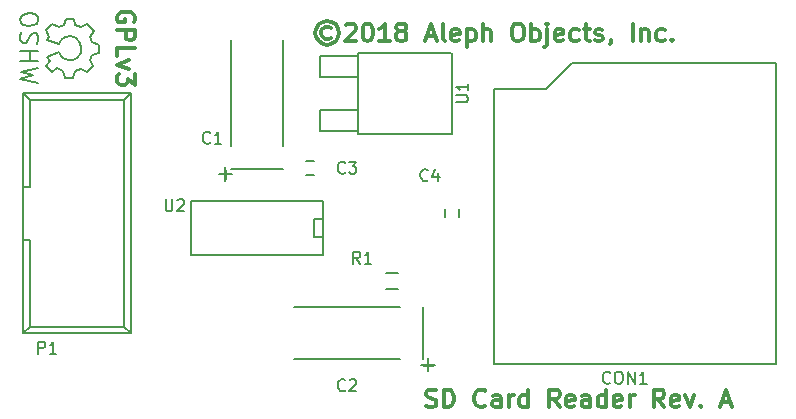
<source format=gbr>
G04 #@! TF.FileFunction,Legend,Top*
%FSLAX46Y46*%
G04 Gerber Fmt 4.6, Leading zero omitted, Abs format (unit mm)*
G04 Created by KiCad (PCBNEW 4.0.5+dfsg1-4) date Thu Feb 15 14:06:30 2018*
%MOMM*%
%LPD*%
G01*
G04 APERTURE LIST*
%ADD10C,0.100000*%
%ADD11C,0.300000*%
%ADD12C,0.150000*%
%ADD13C,0.203200*%
G04 APERTURE END LIST*
D10*
D11*
X162910858Y-117955143D02*
X163125144Y-118026571D01*
X163482287Y-118026571D01*
X163625144Y-117955143D01*
X163696573Y-117883714D01*
X163768001Y-117740857D01*
X163768001Y-117598000D01*
X163696573Y-117455143D01*
X163625144Y-117383714D01*
X163482287Y-117312286D01*
X163196573Y-117240857D01*
X163053715Y-117169429D01*
X162982287Y-117098000D01*
X162910858Y-116955143D01*
X162910858Y-116812286D01*
X162982287Y-116669429D01*
X163053715Y-116598000D01*
X163196573Y-116526571D01*
X163553715Y-116526571D01*
X163768001Y-116598000D01*
X164410858Y-118026571D02*
X164410858Y-116526571D01*
X164768001Y-116526571D01*
X164982286Y-116598000D01*
X165125144Y-116740857D01*
X165196572Y-116883714D01*
X165268001Y-117169429D01*
X165268001Y-117383714D01*
X165196572Y-117669429D01*
X165125144Y-117812286D01*
X164982286Y-117955143D01*
X164768001Y-118026571D01*
X164410858Y-118026571D01*
X167910858Y-117883714D02*
X167839429Y-117955143D01*
X167625143Y-118026571D01*
X167482286Y-118026571D01*
X167268001Y-117955143D01*
X167125143Y-117812286D01*
X167053715Y-117669429D01*
X166982286Y-117383714D01*
X166982286Y-117169429D01*
X167053715Y-116883714D01*
X167125143Y-116740857D01*
X167268001Y-116598000D01*
X167482286Y-116526571D01*
X167625143Y-116526571D01*
X167839429Y-116598000D01*
X167910858Y-116669429D01*
X169196572Y-118026571D02*
X169196572Y-117240857D01*
X169125143Y-117098000D01*
X168982286Y-117026571D01*
X168696572Y-117026571D01*
X168553715Y-117098000D01*
X169196572Y-117955143D02*
X169053715Y-118026571D01*
X168696572Y-118026571D01*
X168553715Y-117955143D01*
X168482286Y-117812286D01*
X168482286Y-117669429D01*
X168553715Y-117526571D01*
X168696572Y-117455143D01*
X169053715Y-117455143D01*
X169196572Y-117383714D01*
X169910858Y-118026571D02*
X169910858Y-117026571D01*
X169910858Y-117312286D02*
X169982286Y-117169429D01*
X170053715Y-117098000D01*
X170196572Y-117026571D01*
X170339429Y-117026571D01*
X171482286Y-118026571D02*
X171482286Y-116526571D01*
X171482286Y-117955143D02*
X171339429Y-118026571D01*
X171053715Y-118026571D01*
X170910857Y-117955143D01*
X170839429Y-117883714D01*
X170768000Y-117740857D01*
X170768000Y-117312286D01*
X170839429Y-117169429D01*
X170910857Y-117098000D01*
X171053715Y-117026571D01*
X171339429Y-117026571D01*
X171482286Y-117098000D01*
X174196572Y-118026571D02*
X173696572Y-117312286D01*
X173339429Y-118026571D02*
X173339429Y-116526571D01*
X173910857Y-116526571D01*
X174053715Y-116598000D01*
X174125143Y-116669429D01*
X174196572Y-116812286D01*
X174196572Y-117026571D01*
X174125143Y-117169429D01*
X174053715Y-117240857D01*
X173910857Y-117312286D01*
X173339429Y-117312286D01*
X175410857Y-117955143D02*
X175268000Y-118026571D01*
X174982286Y-118026571D01*
X174839429Y-117955143D01*
X174768000Y-117812286D01*
X174768000Y-117240857D01*
X174839429Y-117098000D01*
X174982286Y-117026571D01*
X175268000Y-117026571D01*
X175410857Y-117098000D01*
X175482286Y-117240857D01*
X175482286Y-117383714D01*
X174768000Y-117526571D01*
X176768000Y-118026571D02*
X176768000Y-117240857D01*
X176696571Y-117098000D01*
X176553714Y-117026571D01*
X176268000Y-117026571D01*
X176125143Y-117098000D01*
X176768000Y-117955143D02*
X176625143Y-118026571D01*
X176268000Y-118026571D01*
X176125143Y-117955143D01*
X176053714Y-117812286D01*
X176053714Y-117669429D01*
X176125143Y-117526571D01*
X176268000Y-117455143D01*
X176625143Y-117455143D01*
X176768000Y-117383714D01*
X178125143Y-118026571D02*
X178125143Y-116526571D01*
X178125143Y-117955143D02*
X177982286Y-118026571D01*
X177696572Y-118026571D01*
X177553714Y-117955143D01*
X177482286Y-117883714D01*
X177410857Y-117740857D01*
X177410857Y-117312286D01*
X177482286Y-117169429D01*
X177553714Y-117098000D01*
X177696572Y-117026571D01*
X177982286Y-117026571D01*
X178125143Y-117098000D01*
X179410857Y-117955143D02*
X179268000Y-118026571D01*
X178982286Y-118026571D01*
X178839429Y-117955143D01*
X178768000Y-117812286D01*
X178768000Y-117240857D01*
X178839429Y-117098000D01*
X178982286Y-117026571D01*
X179268000Y-117026571D01*
X179410857Y-117098000D01*
X179482286Y-117240857D01*
X179482286Y-117383714D01*
X178768000Y-117526571D01*
X180125143Y-118026571D02*
X180125143Y-117026571D01*
X180125143Y-117312286D02*
X180196571Y-117169429D01*
X180268000Y-117098000D01*
X180410857Y-117026571D01*
X180553714Y-117026571D01*
X183053714Y-118026571D02*
X182553714Y-117312286D01*
X182196571Y-118026571D02*
X182196571Y-116526571D01*
X182767999Y-116526571D01*
X182910857Y-116598000D01*
X182982285Y-116669429D01*
X183053714Y-116812286D01*
X183053714Y-117026571D01*
X182982285Y-117169429D01*
X182910857Y-117240857D01*
X182767999Y-117312286D01*
X182196571Y-117312286D01*
X184267999Y-117955143D02*
X184125142Y-118026571D01*
X183839428Y-118026571D01*
X183696571Y-117955143D01*
X183625142Y-117812286D01*
X183625142Y-117240857D01*
X183696571Y-117098000D01*
X183839428Y-117026571D01*
X184125142Y-117026571D01*
X184267999Y-117098000D01*
X184339428Y-117240857D01*
X184339428Y-117383714D01*
X183625142Y-117526571D01*
X184839428Y-117026571D02*
X185196571Y-118026571D01*
X185553713Y-117026571D01*
X186125142Y-117883714D02*
X186196570Y-117955143D01*
X186125142Y-118026571D01*
X186053713Y-117955143D01*
X186125142Y-117883714D01*
X186125142Y-118026571D01*
X187910856Y-117598000D02*
X188625142Y-117598000D01*
X187767999Y-118026571D02*
X188267999Y-116526571D01*
X188767999Y-118026571D01*
X138164000Y-85380000D02*
X138235429Y-85237143D01*
X138235429Y-85022857D01*
X138164000Y-84808572D01*
X138021143Y-84665714D01*
X137878286Y-84594286D01*
X137592571Y-84522857D01*
X137378286Y-84522857D01*
X137092571Y-84594286D01*
X136949714Y-84665714D01*
X136806857Y-84808572D01*
X136735429Y-85022857D01*
X136735429Y-85165714D01*
X136806857Y-85380000D01*
X136878286Y-85451429D01*
X137378286Y-85451429D01*
X137378286Y-85165714D01*
X136735429Y-86094286D02*
X138235429Y-86094286D01*
X138235429Y-86665714D01*
X138164000Y-86808572D01*
X138092571Y-86880000D01*
X137949714Y-86951429D01*
X137735429Y-86951429D01*
X137592571Y-86880000D01*
X137521143Y-86808572D01*
X137449714Y-86665714D01*
X137449714Y-86094286D01*
X136735429Y-88308572D02*
X136735429Y-87594286D01*
X138235429Y-87594286D01*
X137735429Y-88665715D02*
X136735429Y-89022858D01*
X137735429Y-89380000D01*
X138235429Y-89808572D02*
X138235429Y-90737143D01*
X137664000Y-90237143D01*
X137664000Y-90451429D01*
X137592571Y-90594286D01*
X137521143Y-90665715D01*
X137378286Y-90737143D01*
X137021143Y-90737143D01*
X136878286Y-90665715D01*
X136806857Y-90594286D01*
X136735429Y-90451429D01*
X136735429Y-90022857D01*
X136806857Y-89880000D01*
X136878286Y-89808572D01*
X154798858Y-85895714D02*
X154656000Y-85824286D01*
X154370286Y-85824286D01*
X154227429Y-85895714D01*
X154084572Y-86038571D01*
X154013143Y-86181429D01*
X154013143Y-86467143D01*
X154084572Y-86610000D01*
X154227429Y-86752857D01*
X154370286Y-86824286D01*
X154656000Y-86824286D01*
X154798858Y-86752857D01*
X154513143Y-85324286D02*
X154156000Y-85395714D01*
X153798858Y-85610000D01*
X153584572Y-85967143D01*
X153513143Y-86324286D01*
X153584572Y-86681429D01*
X153798858Y-87038571D01*
X154156000Y-87252857D01*
X154513143Y-87324286D01*
X154870286Y-87252857D01*
X155227429Y-87038571D01*
X155441715Y-86681429D01*
X155513143Y-86324286D01*
X155441715Y-85967143D01*
X155227429Y-85610000D01*
X154870286Y-85395714D01*
X154513143Y-85324286D01*
X156084572Y-85681429D02*
X156156001Y-85610000D01*
X156298858Y-85538571D01*
X156656001Y-85538571D01*
X156798858Y-85610000D01*
X156870287Y-85681429D01*
X156941715Y-85824286D01*
X156941715Y-85967143D01*
X156870287Y-86181429D01*
X156013144Y-87038571D01*
X156941715Y-87038571D01*
X157870286Y-85538571D02*
X158013143Y-85538571D01*
X158156000Y-85610000D01*
X158227429Y-85681429D01*
X158298858Y-85824286D01*
X158370286Y-86110000D01*
X158370286Y-86467143D01*
X158298858Y-86752857D01*
X158227429Y-86895714D01*
X158156000Y-86967143D01*
X158013143Y-87038571D01*
X157870286Y-87038571D01*
X157727429Y-86967143D01*
X157656000Y-86895714D01*
X157584572Y-86752857D01*
X157513143Y-86467143D01*
X157513143Y-86110000D01*
X157584572Y-85824286D01*
X157656000Y-85681429D01*
X157727429Y-85610000D01*
X157870286Y-85538571D01*
X159798857Y-87038571D02*
X158941714Y-87038571D01*
X159370286Y-87038571D02*
X159370286Y-85538571D01*
X159227429Y-85752857D01*
X159084571Y-85895714D01*
X158941714Y-85967143D01*
X160656000Y-86181429D02*
X160513142Y-86110000D01*
X160441714Y-86038571D01*
X160370285Y-85895714D01*
X160370285Y-85824286D01*
X160441714Y-85681429D01*
X160513142Y-85610000D01*
X160656000Y-85538571D01*
X160941714Y-85538571D01*
X161084571Y-85610000D01*
X161156000Y-85681429D01*
X161227428Y-85824286D01*
X161227428Y-85895714D01*
X161156000Y-86038571D01*
X161084571Y-86110000D01*
X160941714Y-86181429D01*
X160656000Y-86181429D01*
X160513142Y-86252857D01*
X160441714Y-86324286D01*
X160370285Y-86467143D01*
X160370285Y-86752857D01*
X160441714Y-86895714D01*
X160513142Y-86967143D01*
X160656000Y-87038571D01*
X160941714Y-87038571D01*
X161084571Y-86967143D01*
X161156000Y-86895714D01*
X161227428Y-86752857D01*
X161227428Y-86467143D01*
X161156000Y-86324286D01*
X161084571Y-86252857D01*
X160941714Y-86181429D01*
X162941713Y-86610000D02*
X163655999Y-86610000D01*
X162798856Y-87038571D02*
X163298856Y-85538571D01*
X163798856Y-87038571D01*
X164513142Y-87038571D02*
X164370284Y-86967143D01*
X164298856Y-86824286D01*
X164298856Y-85538571D01*
X165655998Y-86967143D02*
X165513141Y-87038571D01*
X165227427Y-87038571D01*
X165084570Y-86967143D01*
X165013141Y-86824286D01*
X165013141Y-86252857D01*
X165084570Y-86110000D01*
X165227427Y-86038571D01*
X165513141Y-86038571D01*
X165655998Y-86110000D01*
X165727427Y-86252857D01*
X165727427Y-86395714D01*
X165013141Y-86538571D01*
X166370284Y-86038571D02*
X166370284Y-87538571D01*
X166370284Y-86110000D02*
X166513141Y-86038571D01*
X166798855Y-86038571D01*
X166941712Y-86110000D01*
X167013141Y-86181429D01*
X167084570Y-86324286D01*
X167084570Y-86752857D01*
X167013141Y-86895714D01*
X166941712Y-86967143D01*
X166798855Y-87038571D01*
X166513141Y-87038571D01*
X166370284Y-86967143D01*
X167727427Y-87038571D02*
X167727427Y-85538571D01*
X168370284Y-87038571D02*
X168370284Y-86252857D01*
X168298855Y-86110000D01*
X168155998Y-86038571D01*
X167941713Y-86038571D01*
X167798855Y-86110000D01*
X167727427Y-86181429D01*
X170513141Y-85538571D02*
X170798855Y-85538571D01*
X170941713Y-85610000D01*
X171084570Y-85752857D01*
X171155998Y-86038571D01*
X171155998Y-86538571D01*
X171084570Y-86824286D01*
X170941713Y-86967143D01*
X170798855Y-87038571D01*
X170513141Y-87038571D01*
X170370284Y-86967143D01*
X170227427Y-86824286D01*
X170155998Y-86538571D01*
X170155998Y-86038571D01*
X170227427Y-85752857D01*
X170370284Y-85610000D01*
X170513141Y-85538571D01*
X171798856Y-87038571D02*
X171798856Y-85538571D01*
X171798856Y-86110000D02*
X171941713Y-86038571D01*
X172227427Y-86038571D01*
X172370284Y-86110000D01*
X172441713Y-86181429D01*
X172513142Y-86324286D01*
X172513142Y-86752857D01*
X172441713Y-86895714D01*
X172370284Y-86967143D01*
X172227427Y-87038571D01*
X171941713Y-87038571D01*
X171798856Y-86967143D01*
X173155999Y-86038571D02*
X173155999Y-87324286D01*
X173084570Y-87467143D01*
X172941713Y-87538571D01*
X172870285Y-87538571D01*
X173155999Y-85538571D02*
X173084570Y-85610000D01*
X173155999Y-85681429D01*
X173227427Y-85610000D01*
X173155999Y-85538571D01*
X173155999Y-85681429D01*
X174441713Y-86967143D02*
X174298856Y-87038571D01*
X174013142Y-87038571D01*
X173870285Y-86967143D01*
X173798856Y-86824286D01*
X173798856Y-86252857D01*
X173870285Y-86110000D01*
X174013142Y-86038571D01*
X174298856Y-86038571D01*
X174441713Y-86110000D01*
X174513142Y-86252857D01*
X174513142Y-86395714D01*
X173798856Y-86538571D01*
X175798856Y-86967143D02*
X175655999Y-87038571D01*
X175370285Y-87038571D01*
X175227427Y-86967143D01*
X175155999Y-86895714D01*
X175084570Y-86752857D01*
X175084570Y-86324286D01*
X175155999Y-86181429D01*
X175227427Y-86110000D01*
X175370285Y-86038571D01*
X175655999Y-86038571D01*
X175798856Y-86110000D01*
X176227427Y-86038571D02*
X176798856Y-86038571D01*
X176441713Y-85538571D02*
X176441713Y-86824286D01*
X176513141Y-86967143D01*
X176655999Y-87038571D01*
X176798856Y-87038571D01*
X177227427Y-86967143D02*
X177370284Y-87038571D01*
X177655999Y-87038571D01*
X177798856Y-86967143D01*
X177870284Y-86824286D01*
X177870284Y-86752857D01*
X177798856Y-86610000D01*
X177655999Y-86538571D01*
X177441713Y-86538571D01*
X177298856Y-86467143D01*
X177227427Y-86324286D01*
X177227427Y-86252857D01*
X177298856Y-86110000D01*
X177441713Y-86038571D01*
X177655999Y-86038571D01*
X177798856Y-86110000D01*
X178584570Y-86967143D02*
X178584570Y-87038571D01*
X178513142Y-87181429D01*
X178441713Y-87252857D01*
X180370285Y-87038571D02*
X180370285Y-85538571D01*
X181084571Y-86038571D02*
X181084571Y-87038571D01*
X181084571Y-86181429D02*
X181155999Y-86110000D01*
X181298857Y-86038571D01*
X181513142Y-86038571D01*
X181655999Y-86110000D01*
X181727428Y-86252857D01*
X181727428Y-87038571D01*
X183084571Y-86967143D02*
X182941714Y-87038571D01*
X182656000Y-87038571D01*
X182513142Y-86967143D01*
X182441714Y-86895714D01*
X182370285Y-86752857D01*
X182370285Y-86324286D01*
X182441714Y-86181429D01*
X182513142Y-86110000D01*
X182656000Y-86038571D01*
X182941714Y-86038571D01*
X183084571Y-86110000D01*
X183727428Y-86895714D02*
X183798856Y-86967143D01*
X183727428Y-87038571D01*
X183655999Y-86967143D01*
X183727428Y-86895714D01*
X183727428Y-87038571D01*
D12*
X145887440Y-98897440D02*
X145887440Y-97698560D01*
X145387060Y-98298000D02*
X146486880Y-98298000D01*
X146390360Y-86939120D02*
X146390360Y-95940880D01*
X150789640Y-95940880D02*
X150789640Y-86939120D01*
X146390360Y-97843340D02*
X150789640Y-97843340D01*
X163667440Y-114462560D02*
X162468560Y-114462560D01*
X163068000Y-114962940D02*
X163068000Y-113863120D01*
X151709120Y-113959640D02*
X160710880Y-113959640D01*
X160710880Y-109560360D02*
X151709120Y-109560360D01*
X162613340Y-113959640D02*
X162613340Y-109560360D01*
X152685000Y-97190000D02*
X153385000Y-97190000D01*
X153385000Y-98390000D02*
X152685000Y-98390000D01*
X165700000Y-101250000D02*
X165700000Y-101950000D01*
X164500000Y-101950000D02*
X164500000Y-101250000D01*
D13*
X168656000Y-91109800D02*
X172999400Y-91109800D01*
X192506600Y-114350800D02*
X168656000Y-114350800D01*
X168656000Y-114350800D02*
X168656000Y-91109800D01*
X173004480Y-91099640D02*
X175254920Y-88849200D01*
X175254920Y-88849200D02*
X192504060Y-88849200D01*
X192504060Y-88849200D02*
X192504060Y-114350800D01*
D12*
X128800000Y-111760000D02*
X129350000Y-111200000D01*
X128800000Y-91440000D02*
X129350000Y-91980000D01*
X137900000Y-111760000D02*
X137350000Y-111200000D01*
X137900000Y-91440000D02*
X137350000Y-91980000D01*
X137350000Y-111200000D02*
X129350000Y-111200000D01*
X137900000Y-111760000D02*
X128800000Y-111760000D01*
X137350000Y-91980000D02*
X129350000Y-91980000D01*
X137900000Y-91440000D02*
X128800000Y-91440000D01*
X129350000Y-103850000D02*
X128800000Y-103850000D01*
X129350000Y-99350000D02*
X128800000Y-99350000D01*
X129350000Y-103850000D02*
X129350000Y-111200000D01*
X129350000Y-91980000D02*
X129350000Y-99350000D01*
X128800000Y-91440000D02*
X128800000Y-111760000D01*
X137350000Y-91980000D02*
X137350000Y-111200000D01*
X137900000Y-91440000D02*
X137900000Y-111760000D01*
X164973000Y-94869000D02*
X163195000Y-94869000D01*
X165100000Y-88011000D02*
X165100000Y-94869000D01*
X157099000Y-88011000D02*
X164973000Y-88011000D01*
X157099000Y-94869000D02*
X157099000Y-88011000D01*
X163195000Y-94869000D02*
X157099000Y-94869000D01*
X153924000Y-90043000D02*
X157099000Y-90043000D01*
X153924000Y-88265000D02*
X153924000Y-90043000D01*
X157099000Y-88265000D02*
X153924000Y-88265000D01*
X153924000Y-94615000D02*
X157099000Y-94615000D01*
X153924000Y-92837000D02*
X153924000Y-94615000D01*
X157099000Y-92837000D02*
X153924000Y-92837000D01*
X154178000Y-105156000D02*
X143002000Y-105156000D01*
X154178000Y-100584000D02*
X154178000Y-105156000D01*
X143002000Y-100584000D02*
X154178000Y-100584000D01*
X143002000Y-105156000D02*
X143002000Y-100584000D01*
X153416000Y-102108000D02*
X154178000Y-102108000D01*
X153416000Y-103632000D02*
X153416000Y-102108000D01*
X154178000Y-103632000D02*
X153416000Y-103632000D01*
X160520000Y-107990000D02*
X159520000Y-107990000D01*
X159520000Y-106640000D02*
X160520000Y-106640000D01*
X130025140Y-89298780D02*
X128554480Y-89659460D01*
X128554480Y-89659460D02*
X129616200Y-89938860D01*
X129616200Y-89938860D02*
X128544320Y-90248740D01*
X128544320Y-90248740D02*
X129994660Y-90589100D01*
X129334260Y-87878920D02*
X129344420Y-88668860D01*
X129344420Y-88668860D02*
X129334260Y-88679020D01*
X129334260Y-88679020D02*
X129344420Y-88679020D01*
X130055620Y-88719660D02*
X128513840Y-88719660D01*
X130065780Y-87830660D02*
X128496060Y-87830660D01*
X128496060Y-87830660D02*
X128506220Y-87840820D01*
X129964180Y-87279480D02*
X130045460Y-86928960D01*
X130045460Y-86928960D02*
X130055620Y-86608920D01*
X130055620Y-86608920D02*
X129854960Y-86370160D01*
X129854960Y-86370160D02*
X129585720Y-86339680D01*
X129585720Y-86339680D02*
X129344420Y-86580980D01*
X129344420Y-86580980D02*
X129214880Y-86969600D01*
X129214880Y-86969600D02*
X129054860Y-87149940D01*
X129054860Y-87149940D02*
X128755140Y-87190580D01*
X128755140Y-87190580D02*
X128534160Y-86959440D01*
X128534160Y-86959440D02*
X128506220Y-86639400D01*
X128506220Y-86639400D02*
X128615440Y-86288880D01*
X130065780Y-85250020D02*
X130045460Y-85001100D01*
X130045460Y-85001100D02*
X129804160Y-84759800D01*
X129804160Y-84759800D02*
X129313940Y-84670900D01*
X129313940Y-84670900D02*
X128965960Y-84698840D01*
X128965960Y-84698840D02*
X128645920Y-84899500D01*
X128645920Y-84899500D02*
X128524000Y-85150960D01*
X128524000Y-85150960D02*
X128595120Y-85460840D01*
X128595120Y-85460840D02*
X128775460Y-85679280D01*
X128775460Y-85679280D02*
X129235200Y-85750400D01*
X129235200Y-85750400D02*
X129644140Y-85699600D01*
X129644140Y-85699600D02*
X129926080Y-85590380D01*
X129926080Y-85590380D02*
X130055620Y-85229700D01*
X131785360Y-85849460D02*
X131224020Y-85590380D01*
X131224020Y-85590380D02*
X130705860Y-86128860D01*
X130705860Y-86128860D02*
X130975100Y-86649560D01*
X130975100Y-86649560D02*
X130815080Y-86928960D01*
X130835400Y-88369140D02*
X131025900Y-88699340D01*
X131025900Y-88699340D02*
X130695700Y-89138760D01*
X130695700Y-89138760D02*
X131185920Y-89611200D01*
X131185920Y-89611200D02*
X131665980Y-89329260D01*
X131665980Y-89329260D02*
X132135880Y-89519760D01*
X132135880Y-89519760D02*
X132323840Y-90129360D01*
X132323840Y-90129360D02*
X133004560Y-90129360D01*
X133004560Y-90129360D02*
X133144260Y-89570560D01*
X133144260Y-89570560D02*
X133715760Y-89369900D01*
X133715760Y-89369900D02*
X134185660Y-89639140D01*
X134185660Y-89639140D02*
X134696200Y-89169240D01*
X134696200Y-89169240D02*
X134434580Y-88651080D01*
X134434580Y-88651080D02*
X134635240Y-88181180D01*
X134635240Y-88181180D02*
X135176260Y-88011000D01*
X135176260Y-88011000D02*
X135194040Y-87320120D01*
X135194040Y-87320120D02*
X134645400Y-87109300D01*
X134645400Y-87109300D02*
X134475220Y-86690200D01*
X134475220Y-86690200D02*
X134744460Y-86139020D01*
X134744460Y-86139020D02*
X134216140Y-85620860D01*
X134216140Y-85620860D02*
X133675120Y-85869780D01*
X133675120Y-85869780D02*
X133195060Y-85699600D01*
X133195060Y-85699600D02*
X133096000Y-85150960D01*
X133096000Y-85150960D02*
X132394960Y-85140800D01*
X132394960Y-85140800D02*
X132194300Y-85699600D01*
X132194300Y-85699600D02*
X131795520Y-85839300D01*
X131815840Y-87980520D02*
X131965700Y-88280240D01*
X131965700Y-88280240D02*
X132163820Y-88480900D01*
X132163820Y-88480900D02*
X132565140Y-88630760D01*
X132565140Y-88630760D02*
X132963920Y-88630760D01*
X132963920Y-88630760D02*
X133314440Y-88480900D01*
X133314440Y-88480900D02*
X133664960Y-88028780D01*
X133664960Y-88028780D02*
X133715760Y-87579200D01*
X133715760Y-87579200D02*
X133614160Y-87180420D01*
X133614160Y-87180420D02*
X133266180Y-86779100D01*
X133266180Y-86779100D02*
X132814060Y-86629240D01*
X132814060Y-86629240D02*
X132316220Y-86680040D01*
X132316220Y-86680040D02*
X132013960Y-86928960D01*
X132013960Y-86928960D02*
X131815840Y-87279480D01*
X131815840Y-87279480D02*
X130815080Y-86928960D01*
X131815840Y-87980520D02*
X130815080Y-88379300D01*
X144613334Y-95607143D02*
X144565715Y-95654762D01*
X144422858Y-95702381D01*
X144327620Y-95702381D01*
X144184762Y-95654762D01*
X144089524Y-95559524D01*
X144041905Y-95464286D01*
X143994286Y-95273810D01*
X143994286Y-95130952D01*
X144041905Y-94940476D01*
X144089524Y-94845238D01*
X144184762Y-94750000D01*
X144327620Y-94702381D01*
X144422858Y-94702381D01*
X144565715Y-94750000D01*
X144613334Y-94797619D01*
X145565715Y-95702381D02*
X144994286Y-95702381D01*
X145280000Y-95702381D02*
X145280000Y-94702381D01*
X145184762Y-94845238D01*
X145089524Y-94940476D01*
X144994286Y-94988095D01*
X145961409Y-98676412D02*
X145961409Y-97914507D01*
X146342361Y-98295459D02*
X145580456Y-98295459D01*
X156043334Y-116562143D02*
X155995715Y-116609762D01*
X155852858Y-116657381D01*
X155757620Y-116657381D01*
X155614762Y-116609762D01*
X155519524Y-116514524D01*
X155471905Y-116419286D01*
X155424286Y-116228810D01*
X155424286Y-116085952D01*
X155471905Y-115895476D01*
X155519524Y-115800238D01*
X155614762Y-115705000D01*
X155757620Y-115657381D01*
X155852858Y-115657381D01*
X155995715Y-115705000D01*
X156043334Y-115752619D01*
X156424286Y-115752619D02*
X156471905Y-115705000D01*
X156567143Y-115657381D01*
X156805239Y-115657381D01*
X156900477Y-115705000D01*
X156948096Y-115752619D01*
X156995715Y-115847857D01*
X156995715Y-115943095D01*
X156948096Y-116085952D01*
X156376667Y-116657381D01*
X156995715Y-116657381D01*
X162684508Y-114531449D02*
X163446413Y-114531449D01*
X163065461Y-114912401D02*
X163065461Y-114150496D01*
X156043334Y-98147143D02*
X155995715Y-98194762D01*
X155852858Y-98242381D01*
X155757620Y-98242381D01*
X155614762Y-98194762D01*
X155519524Y-98099524D01*
X155471905Y-98004286D01*
X155424286Y-97813810D01*
X155424286Y-97670952D01*
X155471905Y-97480476D01*
X155519524Y-97385238D01*
X155614762Y-97290000D01*
X155757620Y-97242381D01*
X155852858Y-97242381D01*
X155995715Y-97290000D01*
X156043334Y-97337619D01*
X156376667Y-97242381D02*
X156995715Y-97242381D01*
X156662381Y-97623333D01*
X156805239Y-97623333D01*
X156900477Y-97670952D01*
X156948096Y-97718571D01*
X156995715Y-97813810D01*
X156995715Y-98051905D01*
X156948096Y-98147143D01*
X156900477Y-98194762D01*
X156805239Y-98242381D01*
X156519524Y-98242381D01*
X156424286Y-98194762D01*
X156376667Y-98147143D01*
X163028334Y-98782143D02*
X162980715Y-98829762D01*
X162837858Y-98877381D01*
X162742620Y-98877381D01*
X162599762Y-98829762D01*
X162504524Y-98734524D01*
X162456905Y-98639286D01*
X162409286Y-98448810D01*
X162409286Y-98305952D01*
X162456905Y-98115476D01*
X162504524Y-98020238D01*
X162599762Y-97925000D01*
X162742620Y-97877381D01*
X162837858Y-97877381D01*
X162980715Y-97925000D01*
X163028334Y-97972619D01*
X163885477Y-98210714D02*
X163885477Y-98877381D01*
X163647381Y-97829762D02*
X163409286Y-98544048D01*
X164028334Y-98544048D01*
D13*
X178471286Y-115932857D02*
X178422905Y-115981238D01*
X178277762Y-116029619D01*
X178181000Y-116029619D01*
X178035858Y-115981238D01*
X177939096Y-115884476D01*
X177890715Y-115787714D01*
X177842334Y-115594190D01*
X177842334Y-115449048D01*
X177890715Y-115255524D01*
X177939096Y-115158762D01*
X178035858Y-115062000D01*
X178181000Y-115013619D01*
X178277762Y-115013619D01*
X178422905Y-115062000D01*
X178471286Y-115110381D01*
X179100239Y-115013619D02*
X179293762Y-115013619D01*
X179390524Y-115062000D01*
X179487286Y-115158762D01*
X179535667Y-115352286D01*
X179535667Y-115690952D01*
X179487286Y-115884476D01*
X179390524Y-115981238D01*
X179293762Y-116029619D01*
X179100239Y-116029619D01*
X179003477Y-115981238D01*
X178906715Y-115884476D01*
X178858334Y-115690952D01*
X178858334Y-115352286D01*
X178906715Y-115158762D01*
X179003477Y-115062000D01*
X179100239Y-115013619D01*
X179971096Y-116029619D02*
X179971096Y-115013619D01*
X180551667Y-116029619D01*
X180551667Y-115013619D01*
X181567667Y-116029619D02*
X180987096Y-116029619D01*
X181277382Y-116029619D02*
X181277382Y-115013619D01*
X181180620Y-115158762D01*
X181083858Y-115255524D01*
X180987096Y-115303905D01*
D12*
X130071905Y-113482381D02*
X130071905Y-112482381D01*
X130452858Y-112482381D01*
X130548096Y-112530000D01*
X130595715Y-112577619D01*
X130643334Y-112672857D01*
X130643334Y-112815714D01*
X130595715Y-112910952D01*
X130548096Y-112958571D01*
X130452858Y-113006190D01*
X130071905Y-113006190D01*
X131595715Y-113482381D02*
X131024286Y-113482381D01*
X131310000Y-113482381D02*
X131310000Y-112482381D01*
X131214762Y-112625238D01*
X131119524Y-112720476D01*
X131024286Y-112768095D01*
X165441381Y-92201905D02*
X166250905Y-92201905D01*
X166346143Y-92154286D01*
X166393762Y-92106667D01*
X166441381Y-92011429D01*
X166441381Y-91820952D01*
X166393762Y-91725714D01*
X166346143Y-91678095D01*
X166250905Y-91630476D01*
X165441381Y-91630476D01*
X166441381Y-90630476D02*
X166441381Y-91201905D01*
X166441381Y-90916191D02*
X165441381Y-90916191D01*
X165584238Y-91011429D01*
X165679476Y-91106667D01*
X165727095Y-91201905D01*
X140843095Y-100417381D02*
X140843095Y-101226905D01*
X140890714Y-101322143D01*
X140938333Y-101369762D01*
X141033571Y-101417381D01*
X141224048Y-101417381D01*
X141319286Y-101369762D01*
X141366905Y-101322143D01*
X141414524Y-101226905D01*
X141414524Y-100417381D01*
X141843095Y-100512619D02*
X141890714Y-100465000D01*
X141985952Y-100417381D01*
X142224048Y-100417381D01*
X142319286Y-100465000D01*
X142366905Y-100512619D01*
X142414524Y-100607857D01*
X142414524Y-100703095D01*
X142366905Y-100845952D01*
X141795476Y-101417381D01*
X142414524Y-101417381D01*
X157313334Y-105862381D02*
X156980000Y-105386190D01*
X156741905Y-105862381D02*
X156741905Y-104862381D01*
X157122858Y-104862381D01*
X157218096Y-104910000D01*
X157265715Y-104957619D01*
X157313334Y-105052857D01*
X157313334Y-105195714D01*
X157265715Y-105290952D01*
X157218096Y-105338571D01*
X157122858Y-105386190D01*
X156741905Y-105386190D01*
X158265715Y-105862381D02*
X157694286Y-105862381D01*
X157980000Y-105862381D02*
X157980000Y-104862381D01*
X157884762Y-105005238D01*
X157789524Y-105100476D01*
X157694286Y-105148095D01*
M02*

</source>
